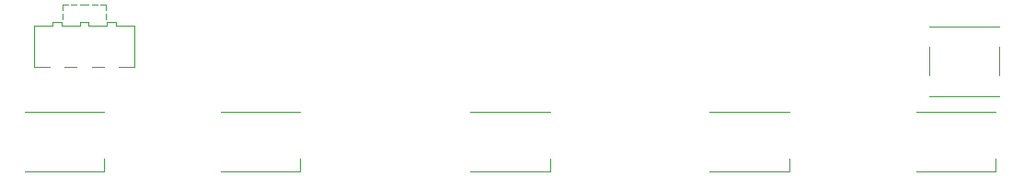
<source format=gbr>
%TF.GenerationSoftware,KiCad,Pcbnew,(6.0.0)*%
%TF.CreationDate,2022-06-19T19:27:42+02:00*%
%TF.ProjectId,PCBv2,50434276-322e-46b6-9963-61645f706362,rev?*%
%TF.SameCoordinates,Original*%
%TF.FileFunction,Legend,Top*%
%TF.FilePolarity,Positive*%
%FSLAX46Y46*%
G04 Gerber Fmt 4.6, Leading zero omitted, Abs format (unit mm)*
G04 Created by KiCad (PCBNEW (6.0.0)) date 2022-06-19 19:27:42*
%MOMM*%
%LPD*%
G01*
G04 APERTURE LIST*
%ADD10C,0.120000*%
G04 APERTURE END LIST*
D10*
%TO.C,D3*%
X105350000Y-58750000D02*
X112650000Y-58750000D01*
X112650000Y-58750000D02*
X112650000Y-57600000D01*
X105350000Y-53250000D02*
X112650000Y-53250000D01*
%TO.C,D2*%
X127350000Y-58750000D02*
X134650000Y-58750000D01*
X127350000Y-53250000D02*
X134650000Y-53250000D01*
X134650000Y-58750000D02*
X134650000Y-57600000D01*
%TO.C,D4*%
X82350000Y-58750000D02*
X89650000Y-58750000D01*
X82350000Y-53250000D02*
X89650000Y-53250000D01*
X89650000Y-58750000D02*
X89650000Y-57600000D01*
%TO.C,SW1*%
X154030000Y-51800000D02*
X154030000Y-51830000D01*
X147570000Y-45370000D02*
X147570000Y-45400000D01*
X147570000Y-51830000D02*
X147570000Y-51800000D01*
X154030000Y-45370000D02*
X154030000Y-45400000D01*
X154030000Y-45370000D02*
X147570000Y-45370000D01*
X147570000Y-49900000D02*
X147570000Y-47300000D01*
X154030000Y-49900000D02*
X154030000Y-47300000D01*
X154030000Y-51830000D02*
X147570000Y-51830000D01*
%TO.C,D1*%
X153650000Y-58750000D02*
X153650000Y-57600000D01*
X146350000Y-53250000D02*
X153650000Y-53250000D01*
X146350000Y-58750000D02*
X153650000Y-58750000D01*
%TO.C,D5*%
X64350000Y-58750000D02*
X71650000Y-58750000D01*
X64350000Y-53250000D02*
X71650000Y-53250000D01*
X71650000Y-58750000D02*
X71650000Y-57600000D01*
%TO.C,SW2*%
X71900000Y-45300000D02*
X71900000Y-45000000D01*
X71800000Y-43400000D02*
X71300000Y-43400000D01*
X67800000Y-44200000D02*
X67800000Y-44700000D01*
X74400000Y-45300000D02*
X74400000Y-45300000D01*
X67700000Y-45000000D02*
X67700000Y-45300000D01*
X72700000Y-45300000D02*
X74400000Y-45300000D01*
X74400000Y-49100000D02*
X73000000Y-49100000D01*
X70500000Y-43400000D02*
X70500000Y-43400000D01*
X74400000Y-45300000D02*
X74400000Y-49100000D01*
X65200000Y-45300000D02*
X66900000Y-45300000D01*
X71600000Y-49100000D02*
X71600000Y-49100000D01*
X70200000Y-45000000D02*
X70200000Y-45300000D01*
X67800000Y-44700000D02*
X67800000Y-44700000D01*
X67700000Y-45300000D02*
X69400000Y-45300000D01*
X70200000Y-43400000D02*
X70200000Y-43400000D01*
X71000000Y-43400000D02*
X70500000Y-43400000D01*
X72700000Y-45000000D02*
X72700000Y-45300000D01*
X71800000Y-44200000D02*
X71800000Y-44700000D01*
X67800000Y-43900000D02*
X67800000Y-43900000D01*
X66900000Y-45300000D02*
X66900000Y-45000000D01*
X66900000Y-45000000D02*
X67700000Y-45000000D01*
X67800000Y-43400000D02*
X68300000Y-43400000D01*
X70500000Y-49100000D02*
X71600000Y-49100000D01*
X69400000Y-43400000D02*
X70200000Y-43400000D01*
X66600000Y-49100000D02*
X65200000Y-49100000D01*
X69100000Y-49100000D02*
X69100000Y-49100000D01*
X71300000Y-43400000D02*
X71300000Y-43400000D01*
X70200000Y-45300000D02*
X71900000Y-45300000D01*
X67800000Y-43400000D02*
X67800000Y-43900000D01*
X69400000Y-45000000D02*
X70200000Y-45000000D01*
X65200000Y-49100000D02*
X65200000Y-45300000D01*
X68000000Y-49100000D02*
X69100000Y-49100000D01*
X69100000Y-43400000D02*
X69100000Y-43400000D01*
X68600000Y-43400000D02*
X69100000Y-43400000D01*
X69400000Y-45300000D02*
X69400000Y-45000000D01*
X71800000Y-43900000D02*
X71800000Y-43900000D01*
X71800000Y-44700000D02*
X71800000Y-44700000D01*
X71900000Y-45000000D02*
X72700000Y-45000000D01*
X71800000Y-43400000D02*
X71800000Y-43900000D01*
X68300000Y-43400000D02*
X68300000Y-43400000D01*
%TD*%
M02*

</source>
